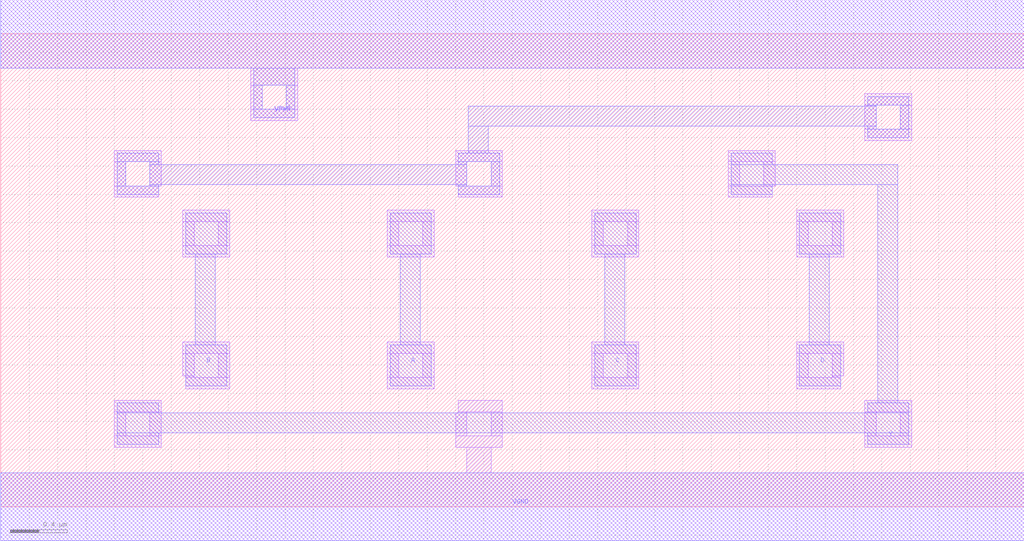
<source format=lef>
VERSION 5.7 ;
  NOWIREEXTENSIONATPIN ON ;
  DIVIDERCHAR "/" ;
  BUSBITCHARS "[]" ;
MACRO AOI22X1
  CLASS CORE ;
  FOREIGN AOI22X1 ;
  ORIGIN 0.000 0.000 ;
  SIZE 7.200 BY 3.330 ;
  SYMMETRY X Y R90 ;
  SITE unit ;
  PIN VPWR
    DIRECTION INOUT ;
    USE POWER ;
    SHAPE ABUTMENT ;
    PORT
      LAYER met1 ;
        RECT 0.000 3.090 7.200 3.570 ;
        RECT 1.780 2.970 2.070 3.090 ;
        RECT 1.780 2.800 1.840 2.970 ;
        RECT 2.010 2.800 2.070 2.970 ;
        RECT 1.780 2.740 2.070 2.800 ;
    END
    PORT
      LAYER li1 ;
        RECT 0.000 3.090 7.200 3.570 ;
        RECT 1.760 2.970 2.090 3.090 ;
        RECT 1.760 2.800 1.840 2.970 ;
        RECT 2.010 2.800 2.090 2.970 ;
        RECT 1.760 2.720 2.090 2.800 ;
    END
  END VPWR
  PIN VGND
    DIRECTION INOUT ;
    USE GROUND ;
    SHAPE ABUTMENT ;
    PORT
      LAYER met1 ;
        RECT 0.000 -0.240 7.200 0.240 ;
    END
    PORT
      LAYER li1 ;
        RECT 3.220 0.670 3.530 0.750 ;
        RECT 3.220 0.660 3.280 0.670 ;
        RECT 3.200 0.500 3.280 0.660 ;
        RECT 3.450 0.500 3.530 0.670 ;
        RECT 3.200 0.420 3.530 0.500 ;
        RECT 3.280 0.240 3.450 0.420 ;
        RECT 0.000 -0.240 7.200 0.240 ;
    END
  END VGND
  PIN Y
    DIRECTION INOUT ;
    USE SIGNAL ;
    SHAPE ABUTMENT ;
    PORT
      LAYER met1 ;
        RECT 5.140 2.410 5.430 2.490 ;
        RECT 5.140 2.270 6.310 2.410 ;
        RECT 5.140 2.200 5.430 2.270 ;
        RECT 6.170 0.730 6.310 2.270 ;
        RECT 0.820 0.660 1.110 0.730 ;
        RECT 6.100 0.660 6.390 0.730 ;
        RECT 0.820 0.520 6.390 0.660 ;
        RECT 0.820 0.440 1.110 0.520 ;
        RECT 6.100 0.440 6.390 0.520 ;
    END
  END Y
  PIN B
    DIRECTION INOUT ;
    USE SIGNAL ;
    SHAPE ABUTMENT ;
    PORT
      LAYER met1 ;
        RECT 1.300 1.780 1.590 2.070 ;
        RECT 1.370 1.140 1.510 1.780 ;
        RECT 1.300 0.850 1.590 1.140 ;
    END
  END B
  PIN A
    DIRECTION INOUT ;
    USE SIGNAL ;
    SHAPE ABUTMENT ;
    PORT
      LAYER met1 ;
        RECT 2.740 1.780 3.030 2.070 ;
        RECT 2.810 1.140 2.950 1.780 ;
        RECT 2.740 0.850 3.030 1.140 ;
    END
  END A
  PIN D
    DIRECTION INOUT ;
    USE SIGNAL ;
    SHAPE ABUTMENT ;
    PORT
      LAYER met1 ;
        RECT 5.620 1.780 5.910 2.070 ;
        RECT 5.690 1.140 5.830 1.780 ;
        RECT 5.620 0.850 5.910 1.140 ;
    END
  END D
  PIN C
    DIRECTION INOUT ;
    USE SIGNAL ;
    SHAPE ABUTMENT ;
    PORT
      LAYER met1 ;
        RECT 4.180 1.780 4.470 2.070 ;
        RECT 4.250 1.140 4.390 1.780 ;
        RECT 4.180 0.850 4.470 1.140 ;
    END
  END C
  OBS
      LAYER li1 ;
        RECT 6.080 2.830 6.410 2.910 ;
        RECT 6.080 2.660 6.160 2.830 ;
        RECT 6.330 2.660 6.410 2.830 ;
        RECT 6.080 2.580 6.410 2.660 ;
        RECT 0.800 2.430 1.130 2.510 ;
        RECT 0.800 2.260 0.880 2.430 ;
        RECT 1.050 2.260 1.130 2.430 ;
        RECT 3.200 2.430 3.530 2.510 ;
        RECT 3.200 2.260 3.280 2.430 ;
        RECT 3.450 2.260 3.530 2.430 ;
        RECT 0.800 2.180 1.110 2.260 ;
        RECT 3.220 2.180 3.530 2.260 ;
        RECT 5.120 2.430 5.450 2.510 ;
        RECT 5.120 2.260 5.200 2.430 ;
        RECT 5.370 2.260 5.450 2.430 ;
        RECT 5.120 2.180 5.430 2.260 ;
        RECT 1.280 2.010 1.610 2.090 ;
        RECT 1.280 1.840 1.360 2.010 ;
        RECT 1.530 1.840 1.610 2.010 ;
        RECT 1.280 1.760 1.610 1.840 ;
        RECT 2.720 2.010 3.050 2.090 ;
        RECT 2.720 1.840 2.800 2.010 ;
        RECT 2.970 1.840 3.050 2.010 ;
        RECT 2.720 1.760 3.050 1.840 ;
        RECT 4.160 2.010 4.490 2.090 ;
        RECT 4.160 1.840 4.240 2.010 ;
        RECT 4.410 1.840 4.490 2.010 ;
        RECT 4.160 1.760 4.490 1.840 ;
        RECT 5.600 2.010 5.930 2.090 ;
        RECT 5.600 1.840 5.680 2.010 ;
        RECT 5.850 1.840 5.930 2.010 ;
        RECT 5.600 1.760 5.930 1.840 ;
        RECT 1.280 1.080 1.610 1.160 ;
        RECT 1.280 0.920 1.360 1.080 ;
        RECT 1.300 0.910 1.360 0.920 ;
        RECT 1.530 0.910 1.610 1.080 ;
        RECT 1.300 0.830 1.610 0.910 ;
        RECT 2.720 1.080 3.050 1.160 ;
        RECT 2.720 0.910 2.800 1.080 ;
        RECT 2.970 0.910 3.050 1.080 ;
        RECT 2.720 0.830 3.050 0.910 ;
        RECT 4.160 1.080 4.490 1.160 ;
        RECT 4.160 0.910 4.240 1.080 ;
        RECT 4.410 0.910 4.490 1.080 ;
        RECT 4.160 0.830 4.490 0.910 ;
        RECT 5.600 1.080 5.930 1.160 ;
        RECT 5.600 0.910 5.680 1.080 ;
        RECT 5.850 0.920 5.930 1.080 ;
        RECT 5.850 0.910 5.910 0.920 ;
        RECT 5.600 0.830 5.910 0.910 ;
        RECT 0.800 0.670 1.130 0.750 ;
        RECT 0.800 0.500 0.880 0.670 ;
        RECT 1.050 0.500 1.130 0.670 ;
        RECT 0.800 0.420 1.130 0.500 ;
        RECT 6.080 0.670 6.410 0.750 ;
        RECT 6.080 0.500 6.160 0.670 ;
        RECT 6.330 0.500 6.410 0.670 ;
        RECT 6.080 0.420 6.410 0.500 ;
      LAYER met1 ;
        RECT 6.100 2.830 6.390 2.890 ;
        RECT 6.100 2.820 6.160 2.830 ;
        RECT 3.290 2.680 6.160 2.820 ;
        RECT 3.290 2.490 3.430 2.680 ;
        RECT 6.100 2.660 6.160 2.680 ;
        RECT 6.330 2.660 6.390 2.830 ;
        RECT 6.100 2.600 6.390 2.660 ;
        RECT 0.820 2.430 1.110 2.490 ;
        RECT 0.820 2.260 0.880 2.430 ;
        RECT 1.050 2.410 1.110 2.430 ;
        RECT 3.220 2.430 3.510 2.490 ;
        RECT 3.220 2.410 3.280 2.430 ;
        RECT 1.050 2.270 3.280 2.410 ;
        RECT 1.050 2.260 1.110 2.270 ;
        RECT 0.820 2.200 1.110 2.260 ;
        RECT 3.220 2.260 3.280 2.270 ;
        RECT 3.450 2.260 3.510 2.430 ;
        RECT 3.220 2.200 3.510 2.260 ;
  END
END AOI22X1
END LIBRARY


</source>
